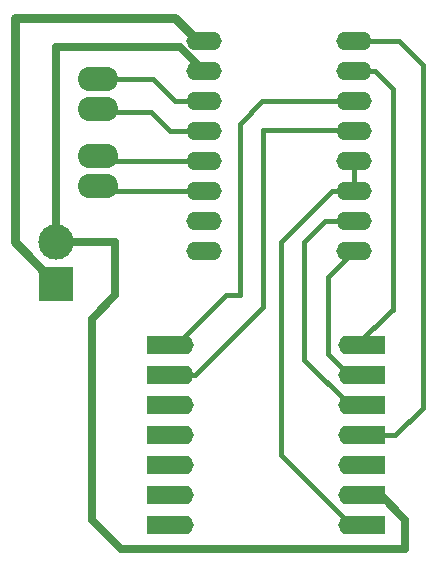
<source format=gbr>
%TF.GenerationSoftware,KiCad,Pcbnew,8.0.6*%
%TF.CreationDate,2024-11-04T17:24:49-05:00*%
%TF.ProjectId,polulu_motor,706f6c75-6c75-45f6-9d6f-746f722e6b69,rev?*%
%TF.SameCoordinates,Original*%
%TF.FileFunction,Copper,L1,Top*%
%TF.FilePolarity,Positive*%
%FSLAX46Y46*%
G04 Gerber Fmt 4.6, Leading zero omitted, Abs format (unit mm)*
G04 Created by KiCad (PCBNEW 8.0.6) date 2024-11-04 17:24:49*
%MOMM*%
%LPD*%
G01*
G04 APERTURE LIST*
%TA.AperFunction,SMDPad,CuDef*%
%ADD10R,3.000000X1.600000*%
%TD*%
%TA.AperFunction,ComponentPad*%
%ADD11O,3.000000X1.600000*%
%TD*%
%TA.AperFunction,ComponentPad*%
%ADD12O,3.400000X2.100000*%
%TD*%
%TA.AperFunction,ComponentPad*%
%ADD13R,3.000000X3.000000*%
%TD*%
%TA.AperFunction,ComponentPad*%
%ADD14C,3.000000*%
%TD*%
%TA.AperFunction,ComponentPad*%
%ADD15O,3.000000X1.540000*%
%TD*%
%TA.AperFunction,Conductor*%
%ADD16C,0.800000*%
%TD*%
%TA.AperFunction,Conductor*%
%ADD17C,0.400000*%
%TD*%
%TA.AperFunction,Conductor*%
%ADD18C,0.700000*%
%TD*%
G04 APERTURE END LIST*
D10*
%TO.P,M1,1,D0*%
%TO.N,unconnected-(M1-D0-Pad1)*%
X128115000Y-88480000D03*
D11*
X129115000Y-88480000D03*
D10*
%TO.P,M1,2,D1*%
%TO.N,unconnected-(M1-D1-Pad2)*%
X128115000Y-85940000D03*
D11*
X129115000Y-85940000D03*
D10*
%TO.P,M1,3,D2*%
%TO.N,unconnected-(M1-D2-Pad3)*%
X128115000Y-83400000D03*
D11*
X129115000Y-83400000D03*
D10*
%TO.P,M1,4,D3*%
%TO.N,unconnected-(M1-D3-Pad4)*%
X128115000Y-80860000D03*
D11*
X129115000Y-80860000D03*
D10*
%TO.P,M1,5,D4*%
%TO.N,unconnected-(M1-D4-Pad5)*%
X128115000Y-78320000D03*
D11*
X129115000Y-78320000D03*
D10*
%TO.P,M1,6,D5*%
%TO.N,Net-(A1-M2)*%
X128115000Y-75780000D03*
D11*
X129115000Y-75780000D03*
D10*
%TO.P,M1,7,D6*%
%TO.N,Net-(A1-M1)*%
X128115000Y-73240000D03*
D11*
X129115000Y-73240000D03*
D10*
%TO.P,M1,8,D7*%
%TO.N,Net-(A1-M0)*%
X145350000Y-73240000D03*
D11*
X144350000Y-73240000D03*
D10*
%TO.P,M1,9,D8*%
%TO.N,Net-(A1-DIR)*%
X145350000Y-75780000D03*
D11*
X144350000Y-75780000D03*
D10*
%TO.P,M1,10,D9*%
%TO.N,Net-(A1-STEP)*%
X145350000Y-78320000D03*
D11*
X144350000Y-78320000D03*
D10*
%TO.P,M1,11,D10*%
%TO.N,Net-(A1-~{EN})*%
X145350000Y-80860000D03*
D11*
X144350000Y-80860000D03*
D10*
%TO.P,M1,12,3V3*%
%TO.N,unconnected-(M1-3V3-Pad12)*%
X145350000Y-83400000D03*
D11*
X144350000Y-83400000D03*
D10*
%TO.P,M1,13,GND*%
%TO.N,GND1*%
X145350000Y-85940000D03*
D11*
X144350000Y-85940000D03*
D10*
%TO.P,M1,14,5V*%
%TO.N,Net-(A1-~{RST})*%
X145350000Y-88480000D03*
D11*
X144350000Y-88480000D03*
%TD*%
D12*
%TO.P,J4,1,Pin_1*%
%TO.N,Net-(A1-B2)*%
X122500000Y-50700000D03*
%TO.P,J4,2,Pin_2*%
%TO.N,Net-(A1-B1)*%
X122500000Y-53240000D03*
%TD*%
D13*
%TO.P,J1,1,Pin_1*%
%TO.N,VMOT1*%
X119000000Y-68000000D03*
D14*
%TO.P,J1,2,Pin_2*%
%TO.N,GND1*%
X119000000Y-64500000D03*
%TD*%
D12*
%TO.P,J3,1,Pin_1*%
%TO.N,Net-(A1-A2)*%
X122500000Y-59700000D03*
%TO.P,J3,2,Pin_2*%
%TO.N,Net-(A1-A1)*%
X122500000Y-57160000D03*
%TD*%
D15*
%TO.P,A1,1,GND*%
%TO.N,unconnected-(A1-GND-Pad1)*%
X131500000Y-65280000D03*
%TO.P,A1,2,~{FLT}*%
%TO.N,unconnected-(A1-~{FLT}-Pad2)*%
X131500000Y-62740000D03*
%TO.P,A1,3,A2*%
%TO.N,Net-(A1-A2)*%
X131500000Y-60200000D03*
%TO.P,A1,4,A1*%
%TO.N,Net-(A1-A1)*%
X131500000Y-57660000D03*
%TO.P,A1,5,B1*%
%TO.N,Net-(A1-B1)*%
X131500000Y-55120000D03*
%TO.P,A1,6,B2*%
%TO.N,Net-(A1-B2)*%
X131500000Y-52580000D03*
%TO.P,A1,7,GND*%
%TO.N,GND1*%
X131500000Y-50040000D03*
%TO.P,A1,8,VMOT*%
%TO.N,VMOT1*%
X131500000Y-47500000D03*
%TO.P,A1,9,~{EN}*%
%TO.N,Net-(A1-~{EN})*%
X144200000Y-47500000D03*
%TO.P,A1,10,M0*%
%TO.N,Net-(A1-M0)*%
X144200000Y-50040000D03*
%TO.P,A1,11,M1*%
%TO.N,Net-(A1-M1)*%
X144200000Y-52580000D03*
%TO.P,A1,12,M2*%
%TO.N,Net-(A1-M2)*%
X144200000Y-55120000D03*
%TO.P,A1,13,~{RST}*%
%TO.N,Net-(A1-~{RST})*%
X144200000Y-57660000D03*
%TO.P,A1,14,~{SLP}*%
X144200000Y-60200000D03*
%TO.P,A1,15,STEP*%
%TO.N,Net-(A1-STEP)*%
X144200000Y-62740000D03*
%TO.P,A1,16,DIR*%
%TO.N,Net-(A1-DIR)*%
X144200000Y-65280000D03*
%TD*%
D16*
%TO.N,VMOT1*%
X131500000Y-47500000D02*
X131000000Y-47500000D01*
X115500000Y-64500000D02*
X119000000Y-68000000D01*
X131000000Y-47500000D02*
X129000000Y-45500000D01*
X129000000Y-45500000D02*
X115500000Y-45500000D01*
X115500000Y-45500000D02*
X115500000Y-64500000D01*
D17*
%TO.N,Net-(A1-~{EN})*%
X144200000Y-47500000D02*
X148000000Y-47500000D01*
X150000000Y-78500000D02*
X147640000Y-80860000D01*
X148000000Y-47500000D02*
X150000000Y-49500000D01*
X150000000Y-49500000D02*
X150000000Y-78500000D01*
X147640000Y-80860000D02*
X144350000Y-80860000D01*
%TO.N,Net-(A1-M2)*%
X129115000Y-75780000D02*
X130720000Y-75780000D01*
X136500000Y-70000000D02*
X136500000Y-55000000D01*
X130720000Y-75780000D02*
X136500000Y-70000000D01*
X136500000Y-55000000D02*
X144080000Y-55000000D01*
X144080000Y-55000000D02*
X144200000Y-55120000D01*
%TO.N,Net-(A1-M1)*%
X144200000Y-52580000D02*
X136420000Y-52580000D01*
X134500000Y-54500000D02*
X134500000Y-68960000D01*
X133395000Y-68960000D02*
X129115000Y-73240000D01*
X136420000Y-52580000D02*
X134500000Y-54500000D01*
X134500000Y-68960000D02*
X133395000Y-68960000D01*
%TO.N,Net-(A1-DIR)*%
X144350000Y-75780000D02*
X143780000Y-75780000D01*
X143780000Y-75780000D02*
X142000000Y-74000000D01*
%TO.N,Net-(A1-STEP)*%
X144350000Y-78320000D02*
X143820000Y-78320000D01*
X143820000Y-78320000D02*
X140000000Y-74500000D01*
%TO.N,Net-(A1-~{RST})*%
X138000000Y-64500000D02*
X138000000Y-82500000D01*
X138000000Y-82500000D02*
X143980000Y-88480000D01*
X143980000Y-88480000D02*
X144350000Y-88480000D01*
D18*
%TO.N,GND1*%
X144350000Y-85940000D02*
X146440000Y-85940000D01*
X146440000Y-85940000D02*
X148500000Y-88000000D01*
D17*
%TO.N,Net-(A1-~{RST})*%
X144200000Y-60200000D02*
X142300000Y-60200000D01*
X143200000Y-88700000D02*
X144735000Y-88700000D01*
X142300000Y-60200000D02*
X138000000Y-64500000D01*
%TO.N,Net-(A1-STEP)*%
X140000000Y-74500000D02*
X140000000Y-64500000D01*
X144735000Y-78540000D02*
X144040000Y-78540000D01*
X140000000Y-64500000D02*
X141760000Y-62740000D01*
X141760000Y-62740000D02*
X144200000Y-62740000D01*
%TO.N,Net-(A1-DIR)*%
X142000000Y-67480000D02*
X142000000Y-74000000D01*
X144200000Y-65280000D02*
X142000000Y-67480000D01*
X144000000Y-76000000D02*
X144735000Y-76000000D01*
D18*
%TO.N,GND1*%
X122000000Y-71000000D02*
X122000000Y-88000000D01*
X124500000Y-90500000D02*
X122000000Y-88000000D01*
X148500000Y-88000000D02*
X148500000Y-90500000D01*
X148500000Y-90500000D02*
X124500000Y-90500000D01*
D17*
%TO.N,Net-(A1-~{RST})*%
X144200000Y-57660000D02*
X144200000Y-60200000D01*
D18*
%TO.N,GND1*%
X124000000Y-64500000D02*
X124000000Y-69000000D01*
X124000000Y-69000000D02*
X122000000Y-71000000D01*
X129460000Y-48000000D02*
X131500000Y-50040000D01*
X119000000Y-64500000D02*
X119000000Y-48000000D01*
X119000000Y-64500000D02*
X118000000Y-64500000D01*
X119000000Y-48000000D02*
X129460000Y-48000000D01*
X119000000Y-64500000D02*
X124000000Y-64500000D01*
D17*
%TO.N,Net-(A1-M2)*%
X144320000Y-55000000D02*
X144200000Y-55120000D01*
%TO.N,Net-(A1-M0)*%
X144200000Y-50040000D02*
X144160000Y-50000000D01*
%TO.N,Net-(A1-A1)*%
X123000000Y-57660000D02*
X122500000Y-57160000D01*
X131500000Y-57660000D02*
X123000000Y-57660000D01*
%TO.N,Net-(A1-B1)*%
X127000000Y-53500000D02*
X122760000Y-53500000D01*
X128620000Y-55120000D02*
X127000000Y-53500000D01*
X122760000Y-53500000D02*
X122500000Y-53240000D01*
X131500000Y-55120000D02*
X128620000Y-55120000D01*
%TO.N,Net-(A1-STEP)*%
X143960000Y-62500000D02*
X144200000Y-62740000D01*
X144200000Y-62740000D02*
X144200000Y-62800000D01*
%TO.N,Net-(A1-B2)*%
X131500000Y-52580000D02*
X129080000Y-52580000D01*
X129080000Y-52580000D02*
X127200000Y-50700000D01*
X127200000Y-50700000D02*
X122500000Y-50700000D01*
%TO.N,Net-(A1-~{EN})*%
X144200000Y-47500000D02*
X143500000Y-47500000D01*
%TO.N,Net-(A1-A2)*%
X131500000Y-60200000D02*
X123000000Y-60200000D01*
X123000000Y-60200000D02*
X122500000Y-59700000D01*
%TO.N,Net-(A1-M1)*%
X144620000Y-53000000D02*
X144200000Y-52580000D01*
%TO.N,Net-(A1-M0)*%
X144200000Y-50040000D02*
X144240000Y-50000000D01*
X144240000Y-50000000D02*
X146000000Y-50000000D01*
X147395000Y-70195000D02*
X144350000Y-73240000D01*
X146000000Y-50000000D02*
X147500000Y-51500000D01*
X147500000Y-51500000D02*
X147500000Y-70195000D01*
X147500000Y-70195000D02*
X147395000Y-70195000D01*
%TD*%
M02*

</source>
